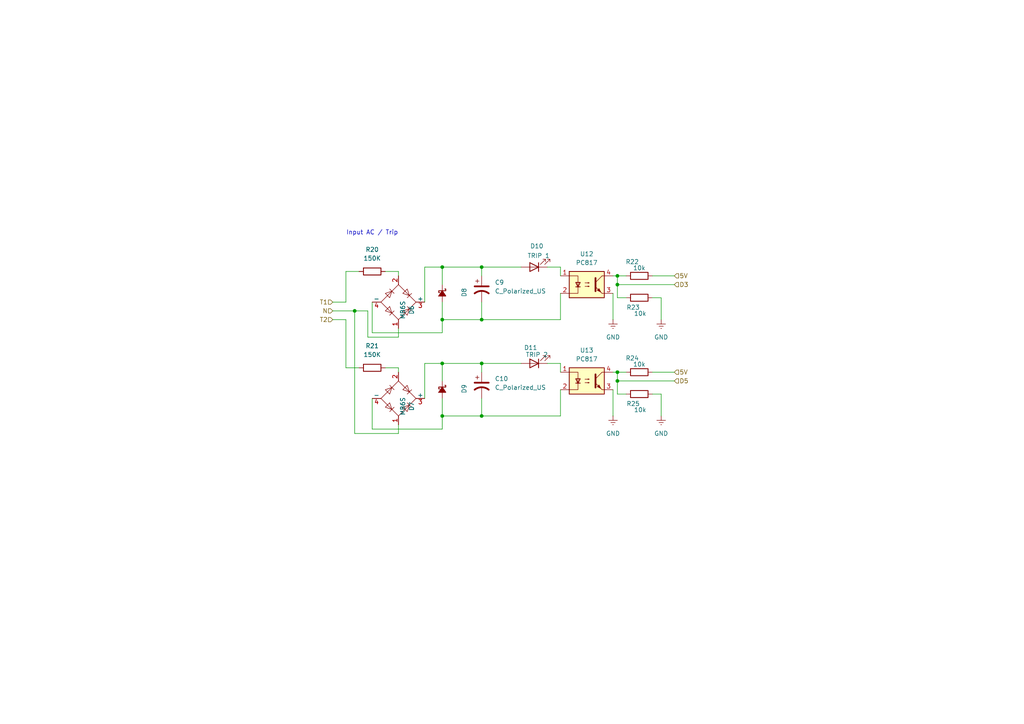
<source format=kicad_sch>
(kicad_sch (version 20231120) (generator "eeschema") (generator_version "8.0")
  (paper "A4")
  (lib_symbols
    (symbol "Device:C_Polarized_US" (pin_numbers hide) (pin_names (offset 0.254) hide)
      (property "Reference" "C" (at 0.635 2.54 0))
      (property "Value" "C_Polarized_US" (at 0.635 -2.54 0))
      (symbol "C_Polarized_US_0_1"
        (polyline (pts (xy -2.032 0.762) (xy 2.032 0.762)) (stroke (width 0.508)))
        (polyline (pts (xy -1.778 2.286) (xy -0.762 2.286)))
        (polyline (pts (xy -1.27 1.778) (xy -1.27 2.794)))
        (arc (start 2.032 -1.27) (mid 0 -0.5572) (end -2.032 -1.27) (stroke (width 0.508)))
      )
      (symbol "C_Polarized_US_1_1"
        (pin passive line (at 0 3.81 270) (length 2.794) (name "~") (number "1"))
        (pin passive line (at 0 -3.81 90) (length 3.302) (name "~") (number "2"))
      )
    )
    (symbol "Device:D_Schottky_Small_Filled" (pin_numbers hide) (pin_names (offset 0.254) hide)
      (property "Reference" "D" (at -1.27 2.032 0))
      (property "Value" "D_Schottky_Small_Filled" (at -7.112 -2.032 0))
      (symbol "D_Schottky_Small_Filled_0_1"
        (polyline (pts (xy -0.762 0) (xy 0.762 0)))
        (polyline (pts (xy 0.762 -1.016) (xy -0.762 0) (xy 0.762 1.016) (xy 0.762 -1.016)) (stroke (width 0.254)) (fill (type outline)))
        (polyline (pts (xy -1.27 0.762) (xy -1.27 1.016) (xy -0.762 1.016) (xy -0.762 -1.016) (xy -0.254 -1.016) (xy -0.254 -0.762)) (stroke (width 0.254)))
      )
      (symbol "D_Schottky_Small_Filled_1_1"
        (pin passive line (at -2.54 0 0) (length 1.778) (name "K") (number "1"))
        (pin passive line (at 2.54 0 180) (length 1.778) (name "A") (number "2"))
      )
    )
    (symbol "Device:LED" (pin_numbers hide) (pin_names (offset 1.016) hide)
      (property "Reference" "D" (at 0 2.54 0))
      (property "Value" "LED" (at 0 -2.54 0))
      (symbol "LED_0_1"
        (polyline (pts (xy -1.27 -1.27) (xy -1.27 1.27)) (stroke (width 0.254)))
        (polyline (pts (xy -1.27 0) (xy 1.27 0)))
        (polyline (pts (xy 1.27 -1.27) (xy 1.27 1.27) (xy -1.27 0) (xy 1.27 -1.27)) (stroke (width 0.254)))
        (polyline (pts (xy -3.048 -0.762) (xy -4.572 -2.286) (xy -3.81 -2.286) (xy -4.572 -2.286) (xy -4.572 -1.524)))
        (polyline (pts (xy -1.778 -0.762) (xy -3.302 -2.286) (xy -2.54 -2.286) (xy -3.302 -2.286) (xy -3.302 -1.524)))
      )
      (symbol "LED_1_1"
        (pin passive line (at -3.81 0 0) (length 2.54) (name "K") (number "1"))
        (pin passive line (at 3.81 0 180) (length 2.54) (name "A") (number "2"))
      )
    )
    (symbol "Device:R" (pin_numbers hide) (pin_names (offset 0))
      (property "Reference" "R" (at 2.032 0 90))
      (property "Value" "R" (at 0 0 90))
      (symbol "R_0_1"
        (rectangle (start -1.016 -2.54) (end 1.016 2.54) (stroke (width 0.254)))
      )
      (symbol "R_1_1"
        (pin passive line (at 0 3.81 270) (length 1.27) (name "~") (number "1"))
        (pin passive line (at 0 -3.81 90) (length 1.27) (name "~") (number "2"))
      )
    )
    (symbol "Diode_Bridge:MB6S" (pin_names (offset 0))
      (property "Reference" "D" (at 2.54 6.985 0))
      (property "Value" "MB6S" (at 2.54 5.08 0))
      (symbol "MB6S_0_1"
        (polyline (pts (xy -2.54 3.81) (xy -1.27 2.54)))
        (polyline (pts (xy -1.27 -2.54) (xy -2.54 -3.81)))
        (polyline (pts (xy 2.54 -1.27) (xy 3.81 -2.54)))
        (polyline (pts (xy 2.54 1.27) (xy 3.81 2.54)))
        (polyline (pts (xy -3.81 2.54) (xy -2.54 1.27) (xy -1.905 3.175) (xy -3.81 2.54)))
        (polyline (pts (xy -2.54 -1.27) (xy -3.81 -2.54) (xy -1.905 -3.175) (xy -2.54 -1.27)))
        (polyline (pts (xy 1.27 2.54) (xy 2.54 3.81) (xy 3.175 1.905) (xy 1.27 2.54)))
        (polyline (pts (xy 3.175 -1.905) (xy 1.27 -2.54) (xy 2.54 -3.81) (xy 3.175 -1.905)))
        (polyline (pts (xy -5.08 0) (xy 0 -5.08) (xy 5.08 0) (xy 0 5.08) (xy -5.08 0)))
      )
      (symbol "MB6S_1_1"
        (pin passive line (at 0 -7.62 90) (length 2.54) (name "~") (number "1"))
        (pin passive line (at 0 7.62 270) (length 2.54) (name "~") (number "2"))
        (pin passive line (at 7.62 0 180) (length 2.54) (name "+") (number "3"))
        (pin passive line (at -7.62 0 0) (length 2.54) (name "-") (number "4"))
      )
    )
    (symbol "Isolator:PC817" (pin_names (offset 1.016))
      (property "Reference" "U" (at -5.08 5.08 0))
      (property "Value" "PC817" (at 0 5.08 0))
      (symbol "PC817_0_1"
        (rectangle (start -5.08 3.81) (end 5.08 -3.81) (stroke (width 0.254)) (fill (type background)))
        (polyline (pts (xy -3.175 -0.635) (xy -1.905 -0.635)) (stroke (width 0.254)))
        (polyline (pts (xy 2.54 0.635) (xy 4.445 2.54)))
        (polyline (pts (xy 4.445 -2.54) (xy 2.54 -0.635)) (fill (type outline)))
        (polyline (pts (xy 4.445 -2.54) (xy 5.08 -2.54)))
        (polyline (pts (xy 4.445 2.54) (xy 5.08 2.54)))
        (polyline (pts (xy -5.08 2.54) (xy -2.54 2.54) (xy -2.54 -0.635)))
        (polyline (pts (xy -2.54 -0.635) (xy -2.54 -2.54) (xy -5.08 -2.54)))
        (polyline (pts (xy 2.54 1.905) (xy 2.54 -1.905) (xy 2.54 -1.905)) (stroke (width 0.508)))
        (polyline (pts (xy -2.54 -0.635) (xy -3.175 0.635) (xy -1.905 0.635) (xy -2.54 -0.635)) (stroke (width 0.254)))
        (polyline (pts (xy -0.508 -0.508) (xy 0.762 -0.508) (xy 0.381 -0.635) (xy 0.381 -0.381) (xy 0.762 -0.508)))
        (polyline (pts (xy -0.508 0.508) (xy 0.762 0.508) (xy 0.381 0.381) (xy 0.381 0.635) (xy 0.762 0.508)))
        (polyline (pts (xy 3.048 -1.651) (xy 3.556 -1.143) (xy 4.064 -2.159) (xy 3.048 -1.651) (xy 3.048 -1.651)) (fill (type outline)))
      )
      (symbol "PC817_1_1"
        (pin passive line (at -7.62 2.54 0) (length 2.54) (name "~") (number "1"))
        (pin passive line (at -7.62 -2.54 0) (length 2.54) (name "~") (number "2"))
        (pin passive line (at 7.62 -2.54 180) (length 2.54) (name "~") (number "3"))
        (pin passive line (at 7.62 2.54 180) (length 2.54) (name "~") (number "4"))
      )
    )
    (symbol "power:GNDREF" (power) (pin_numbers hide) (pin_names (offset 0) hide)
      (property "Value" "GNDREF" (at 0 -3.81 0))
      (symbol "GNDREF_0_1"
        (polyline (pts (xy -0.635 -1.905) (xy 0.635 -1.905)))
        (polyline (pts (xy -0.127 -2.54) (xy 0.127 -2.54)))
        (polyline (pts (xy 0 -1.27) (xy 0 0)))
        (polyline (pts (xy 1.27 -1.27) (xy -1.27 -1.27)))
      )
      (symbol "GNDREF_1_1"
        (pin power_in line (at 0 0 270) (length 0) (name "~") (number "1"))
      )
    )
  )
  (junction (at 128.27 92.71))
  (junction (at 179.07 110.49))
  (junction (at 139.7 77.47))
  (junction (at 128.27 105.41))
  (junction (at 102.87 90.17))
  (junction (at 128.27 77.47))
  (junction (at 179.07 82.55))
  (junction (at 139.7 105.41))
  (junction (at 139.7 92.71))
  (junction (at 139.7 120.65))
  (junction (at 128.27 120.65))
  (junction (at 179.07 80.01))
  (junction (at 179.07 107.95))
  (wire (pts (xy 162.56 77.47) (xy 162.56 80.01)))
  (wire (pts (xy 179.07 82.55) (xy 179.07 80.01)))
  (wire (pts (xy 123.19 77.47) (xy 123.19 87.63)))
  (wire (pts (xy 111.76 78.74) (xy 115.57 78.74)))
  (wire (pts (xy 128.27 96.52) (xy 128.27 92.71)))
  (wire (pts (xy 139.7 92.71) (xy 139.7 87.63)))
  (wire (pts (xy 100.33 106.68) (xy 104.14 106.68)))
  (wire (pts (xy 179.07 86.36) (xy 179.07 82.55)))
  (wire (pts (xy 189.23 107.95) (xy 195.58 107.95)))
  (wire (pts (xy 177.8 107.95) (xy 179.07 107.95)))
  (wire (pts (xy 128.27 77.47) (xy 139.7 77.47)))
  (wire (pts (xy 191.77 120.65) (xy 191.77 114.3)))
  (wire (pts (xy 189.23 80.01) (xy 195.58 80.01)))
  (wire (pts (xy 158.75 105.41) (xy 162.56 105.41)))
  (wire (pts (xy 107.95 96.52) (xy 128.27 96.52)))
  (wire (pts (xy 179.07 110.49) (xy 179.07 107.95)))
  (wire (pts (xy 162.56 113.03) (xy 162.56 120.65)))
  (wire (pts (xy 179.07 107.95) (xy 181.61 107.95)))
  (wire (pts (xy 100.33 106.68) (xy 100.33 92.71)))
  (wire (pts (xy 191.77 86.36) (xy 189.23 86.36)))
  (wire (pts (xy 177.8 80.01) (xy 179.07 80.01)))
  (wire (pts (xy 96.52 87.63) (xy 100.33 87.63)))
  (wire (pts (xy 100.33 87.63) (xy 100.33 78.74)))
  (wire (pts (xy 162.56 85.09) (xy 162.56 92.71)))
  (wire (pts (xy 102.87 125.73) (xy 115.57 125.73)))
  (wire (pts (xy 107.95 115.57) (xy 107.95 124.46)))
  (wire (pts (xy 191.77 114.3) (xy 189.23 114.3)))
  (wire (pts (xy 139.7 77.47) (xy 151.13 77.47)))
  (wire (pts (xy 100.33 78.74) (xy 104.14 78.74)))
  (wire (pts (xy 139.7 120.65) (xy 139.7 115.57)))
  (wire (pts (xy 115.57 97.79) (xy 115.57 95.25)))
  (wire (pts (xy 96.52 92.71) (xy 100.33 92.71)))
  (wire (pts (xy 139.7 107.95) (xy 139.7 105.41)))
  (wire (pts (xy 123.19 105.41) (xy 128.27 105.41)))
  (wire (pts (xy 123.19 105.41) (xy 123.19 115.57)))
  (wire (pts (xy 123.19 77.47) (xy 128.27 77.47)))
  (wire (pts (xy 179.07 114.3) (xy 179.07 110.49)))
  (wire (pts (xy 128.27 124.46) (xy 128.27 120.65)))
  (wire (pts (xy 106.68 90.17) (xy 106.68 97.79)))
  (wire (pts (xy 177.8 113.03) (xy 177.8 120.65)))
  (wire (pts (xy 179.07 80.01) (xy 181.61 80.01)))
  (wire (pts (xy 128.27 105.41) (xy 139.7 105.41)))
  (wire (pts (xy 115.57 125.73) (xy 115.57 123.19)))
  (wire (pts (xy 111.76 106.68) (xy 115.57 106.68)))
  (wire (pts (xy 115.57 106.68) (xy 115.57 107.95)))
  (wire (pts (xy 128.27 87.63) (xy 128.27 92.71)))
  (wire (pts (xy 162.56 92.71) (xy 139.7 92.71)))
  (wire (pts (xy 179.07 110.49) (xy 195.58 110.49)))
  (wire (pts (xy 181.61 114.3) (xy 179.07 114.3)))
  (wire (pts (xy 139.7 80.01) (xy 139.7 77.47)))
  (wire (pts (xy 102.87 90.17) (xy 106.68 90.17)))
  (wire (pts (xy 158.75 77.47) (xy 162.56 77.47)))
  (wire (pts (xy 162.56 105.41) (xy 162.56 107.95)))
  (wire (pts (xy 128.27 110.49) (xy 128.27 105.41)))
  (wire (pts (xy 128.27 92.71) (xy 139.7 92.71)))
  (wire (pts (xy 128.27 120.65) (xy 139.7 120.65)))
  (wire (pts (xy 107.95 124.46) (xy 128.27 124.46)))
  (wire (pts (xy 106.68 97.79) (xy 115.57 97.79)))
  (wire (pts (xy 181.61 86.36) (xy 179.07 86.36)))
  (wire (pts (xy 128.27 115.57) (xy 128.27 120.65)))
  (wire (pts (xy 191.77 92.71) (xy 191.77 86.36)))
  (wire (pts (xy 179.07 82.55) (xy 195.58 82.55)))
  (wire (pts (xy 177.8 85.09) (xy 177.8 92.71)))
  (wire (pts (xy 102.87 125.73) (xy 102.87 90.17)))
  (wire (pts (xy 162.56 120.65) (xy 139.7 120.65)))
  (wire (pts (xy 128.27 82.55) (xy 128.27 77.47)))
  (wire (pts (xy 139.7 105.41) (xy 151.13 105.41)))
  (wire (pts (xy 115.57 78.74) (xy 115.57 80.01)))
  (wire (pts (xy 107.95 87.63) (xy 107.95 96.52)))
  (wire (pts (xy 96.52 90.17) (xy 102.87 90.17)))
  (text "Input AC / Trip\n" (at 107.95 67.564 0) (effects (font (size 1.27 1.27))))
  (hierarchical_label "D3" (shape input) (at 195.58 82.55 0))
  (hierarchical_label "T1" (shape input) (at 96.52 87.63 180))
  (hierarchical_label "D5" (shape input) (at 195.58 110.49 0))
  (hierarchical_label "5V" (shape input) (at 195.58 107.95 0))
  (hierarchical_label "N" (shape input) (at 96.52 90.17 180))
  (hierarchical_label "T2" (shape input) (at 96.52 92.71 180))
  (hierarchical_label "5V" (shape input) (at 195.58 80.01 0))
  (symbol (lib_id "Device:R") (at 107.95 78.74 270) (unit 1)
    (property "Reference" "R20" (at 107.95 72.39 90))
    (property "Value" "150K" (at 107.95 74.93 90))
    (property "Footprint" "Resistor_THT:R_Axial_DIN0204_L3.6mm_D1.6mm_P5.08mm_Horizontal" (effects (hide yes)))
    (property "Description" "Resistor" (effects (hide yes)))
  )
  (symbol (lib_id "Isolator:PC817") (at 170.18 110.49 0) (unit 1)
    (property "Reference" "U13" (at 170.18 101.6 0))
    (property "Value" "PC817" (at 170.18 104.14 0))
    (property "Footprint" "Package_DIP:DIP-4_W7.62mm" (effects (hide yes)))
    (property "Datasheet" "http://www.soselectronic.cz/a_info/resource/d/pc817.pdf" (effects (hide yes)))
    (property "Description" "DC Optocoupler, Vce 35V, CTR 50-300%, DIP-4" (effects (hide yes)))
  )
  (symbol (lib_id "Device:R") (at 185.42 114.3 90) (unit 1)
    (property "Reference" "R25" (at 183.642 117.094 90))
    (property "Value" "10k" (at 185.674 118.872 90))
    (property "Footprint" "Resistor_THT:R_Axial_DIN0204_L3.6mm_D1.6mm_P5.08mm_Horizontal" (effects (hide yes)))
    (property "Description" "Resistor" (effects (hide yes)))
  )
  (symbol (lib_id "power:GNDREF") (at 191.77 120.65 0) (unit 1)
    (property "Reference" "#PWR015" (effects (hide yes)))
    (property "Value" "GND" (at 191.77 125.73 0))
    (property "Description" "Power symbol creates a global label with name \"GNDREF\" , reference supply ground" (effects (hide yes)))
  )
  (symbol (lib_id "Isolator:PC817") (at 170.18 82.55 0) (unit 1)
    (property "Reference" "U12" (at 170.18 73.66 0))
    (property "Value" "PC817" (at 170.18 76.2 0))
    (property "Footprint" "Package_DIP:DIP-4_W7.62mm" (effects (hide yes)))
    (property "Datasheet" "http://www.soselectronic.cz/a_info/resource/d/pc817.pdf" (effects (hide yes)))
    (property "Description" "DC Optocoupler, Vce 35V, CTR 50-300%, DIP-4" (effects (hide yes)))
  )
  (symbol (lib_id "Device:C_Polarized_US") (at 139.7 111.76 0) (unit 1)
    (property "Reference" "C10" (at 143.51 109.8549 0) (effects (justify left)))
    (property "Value" "C_Polarized_US" (at 143.51 112.3949 0) (effects (justify left)))
    (property "Footprint" "Capacitor_SMD:CP_Elec_3x5.3" (effects (hide yes)))
    (property "Description" "Polarized capacitor, US symbol" (effects (hide yes)))
  )
  (symbol (lib_id "Device:R") (at 185.42 107.95 90) (unit 1)
    (property "Reference" "R24" (at 183.388 103.886 90))
    (property "Value" "10k" (at 185.42 105.664 90))
    (property "Footprint" "Resistor_THT:R_Axial_DIN0204_L3.6mm_D1.6mm_P5.08mm_Horizontal" (effects (hide yes)))
    (property "Description" "Resistor" (effects (hide yes)))
  )
  (symbol (lib_id "Diode_Bridge:MB6S") (at 115.57 115.57 0) (unit 1)
    (property "Reference" "D7" (at 119.38 117.856 90))
    (property "Value" "MB6S" (at 116.84 117.856 90))
    (property "Footprint" "Package_TO_SOT_SMD:TO-269AA" (effects (hide yes)))
    (property "Datasheet" "http://www.vishay.com/docs/88573/dfs.pdf" (effects (hide yes)))
    (property "Description" "Miniature Glass Passivated Single-Phase Surface Mount Bridge Rectifiers, 700V Vrms, 1.0A If, DFS SMD package" (effects (hide yes)))
  )
  (symbol (lib_id "Device:D_Schottky_Small_Filled") (at 128.27 85.09 270) (unit 1)
    (property "Reference" "D8" (at 134.62 84.836 0))
    (property "Value" "D_Schottky_Small_Filled" (effects (hide yes)))
    (property "Footprint" "Diode_SMD:D_0201_0603Metric_Pad0.64x0.40mm_HandSolder" (effects (hide yes)))
    (property "Description" "Schottky diode, small symbol, filled shape" (effects (hide yes)))
  )
  (symbol (lib_id "Device:R") (at 185.42 86.36 90) (unit 1)
    (property "Reference" "R23" (at 183.642 89.154 90))
    (property "Value" "10k" (at 185.674 90.932 90))
    (property "Footprint" "Resistor_THT:R_Axial_DIN0204_L3.6mm_D1.6mm_P5.08mm_Horizontal" (effects (hide yes)))
    (property "Description" "Resistor" (effects (hide yes)))
  )
  (symbol (lib_id "Device:R") (at 107.95 106.68 270) (unit 1)
    (property "Reference" "R21" (at 107.95 100.33 90))
    (property "Value" "150K" (at 107.95 102.87 90))
    (property "Footprint" "Resistor_THT:R_Axial_DIN0204_L3.6mm_D1.6mm_P5.08mm_Horizontal" (effects (hide yes)))
    (property "Description" "Resistor" (effects (hide yes)))
  )
  (symbol (lib_id "power:GNDREF") (at 177.8 120.65 0) (unit 1)
    (property "Reference" "#PWR013" (effects (hide yes)))
    (property "Value" "GND" (at 177.8 125.73 0))
    (property "Description" "Power symbol creates a global label with name \"GNDREF\" , reference supply ground" (effects (hide yes)))
  )
  (symbol (lib_id "Device:LED") (at 154.94 105.41 180) (unit 1)
    (property "Reference" "D11" (at 153.924 100.838 0))
    (property "Value" "TRIP 2" (at 155.702 102.87 0))
    (property "Footprint" "LED_SMD:LED_0201_0603Metric_Pad0.64x0.40mm_HandSolder" (effects (hide yes)))
    (property "Description" "Light emitting diode" (effects (hide yes)))
  )
  (symbol (lib_id "power:GNDREF") (at 191.77 92.71 0) (unit 1)
    (property "Reference" "#PWR014" (effects (hide yes)))
    (property "Value" "GND" (at 191.77 97.79 0))
    (property "Description" "Power symbol creates a global label with name \"GNDREF\" , reference supply ground" (effects (hide yes)))
  )
  (symbol (lib_id "Device:R") (at 185.42 80.01 90) (unit 1)
    (property "Reference" "R22" (at 183.388 75.946 90))
    (property "Value" "10k" (at 185.42 77.724 90))
    (property "Footprint" "Resistor_THT:R_Axial_DIN0204_L3.6mm_D1.6mm_P5.08mm_Horizontal" (effects (hide yes)))
    (property "Description" "Resistor" (effects (hide yes)))
  )
  (symbol (lib_id "power:GNDREF") (at 177.8 92.71 0) (unit 1)
    (property "Reference" "#PWR012" (effects (hide yes)))
    (property "Value" "GND" (at 177.8 97.79 0))
    (property "Description" "Power symbol creates a global label with name \"GNDREF\" , reference supply ground" (effects (hide yes)))
  )
  (symbol (lib_id "Diode_Bridge:MB6S") (at 115.57 87.63 0) (unit 1)
    (property "Reference" "D6" (at 119.38 89.916 90))
    (property "Value" "MB6S" (at 116.84 89.916 90))
    (property "Footprint" "Package_TO_SOT_SMD:TO-269AA" (effects (hide yes)))
    (property "Datasheet" "http://www.vishay.com/docs/88573/dfs.pdf" (effects (hide yes)))
    (property "Description" "Miniature Glass Passivated Single-Phase Surface Mount Bridge Rectifiers, 700V Vrms, 1.0A If, DFS SMD package" (effects (hide yes)))
  )
  (symbol (lib_id "Device:LED") (at 154.94 77.47 180) (unit 1)
    (property "Reference" "D10" (at 155.702 71.374 0))
    (property "Value" "TRIP 1" (at 156.21 74.168 0))
    (property "Footprint" "LED_SMD:LED_0201_0603Metric_Pad0.64x0.40mm_HandSolder" (effects (hide yes)))
    (property "Description" "Light emitting diode" (effects (hide yes)))
  )
  (symbol (lib_id "Device:C_Polarized_US") (at 139.7 83.82 0) (unit 1)
    (property "Reference" "C9" (at 143.51 81.9149 0) (effects (justify left)))
    (property "Value" "C_Polarized_US" (at 143.51 84.4549 0) (effects (justify left)))
    (property "Footprint" "Capacitor_SMD:CP_Elec_3x5.3" (effects (hide yes)))
    (property "Description" "Polarized capacitor, US symbol" (effects (hide yes)))
  )
  (symbol (lib_id "Device:D_Schottky_Small_Filled") (at 128.27 113.03 270) (unit 1)
    (property "Reference" "D9" (at 134.62 112.776 0))
    (property "Value" "D_Schottky_Small_Filled" (effects (hide yes)))
    (property "Footprint" "Diode_SMD:D_0201_0603Metric_Pad0.64x0.40mm_HandSolder" (effects (hide yes)))
    (property "Description" "Schottky diode, small symbol, filled shape" (effects (hide yes)))
  )
)
</source>
